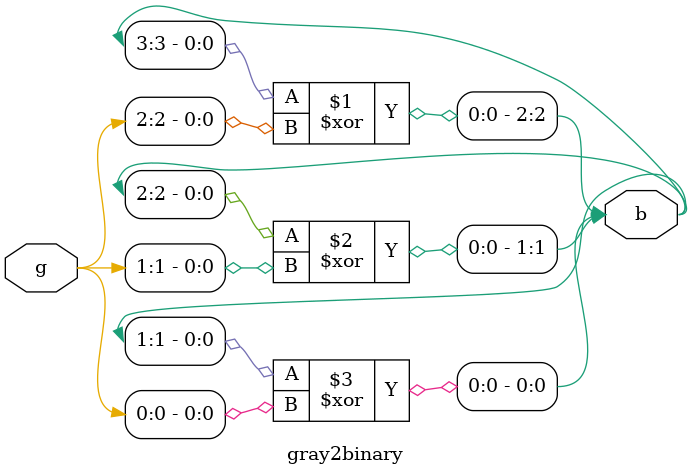
<source format=v>
module gray2binary(
	input [0:3] g,
	output [0:3]b
);

//b[n-1] = b[n] xor g[n-1]

assign b[3] = b[3];
assign b[2] = b[3]^g[2];
assign b[1] = b[2]^g[1];
assign b[0] = b[1]^g[0];

endmodule
</source>
